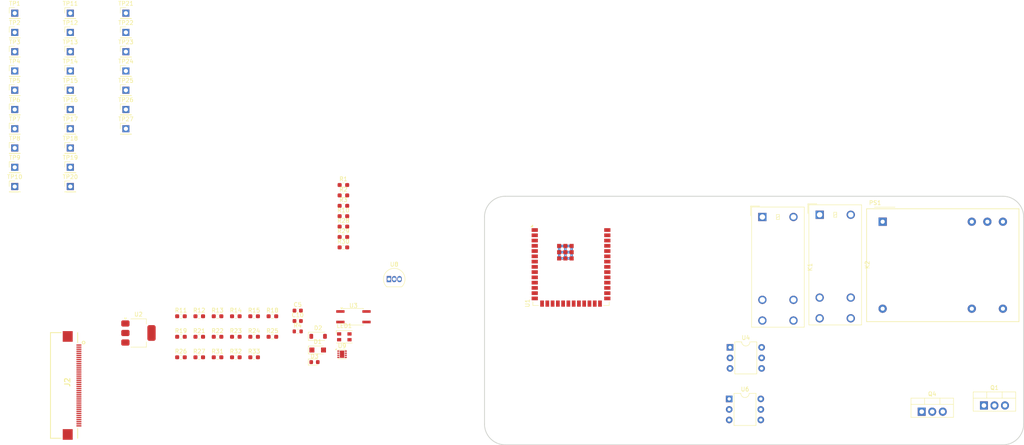
<source format=kicad_pcb>
(kicad_pcb (version 20240108) (generator "pcbnew") (generator_version "8.0")
  (layers (0 "F.Cu" signal) (31 "B.Cu" signal) (34 "B.Paste" user) (35 "F.Paste" user) (36 "B.SilkS" user "B.Silkscreen") (37 "F.SilkS" user "F.Silkscreen") (38 "B.Mask" user) (39 "F.Mask" user) (44 "Edge.Cuts" user))
  (net 0 "")
  (net 1 "GND")
  (net 2 "+5V")
  (net 3 "+3.3V")
  (net 4 "Net-(D1-K)")
  (net 5 "Net-(D3-A)")
  (net 6 "/LCD_CTP_SCL")
  (net 7 "/LCD_CTP_SDA")
  (net 8 "/DISPLAY_RESET")
  (net 9 "/DISPLAY_MOSI")
  (net 10 "/DISPLAY_DC")
  (net 11 "/DISPLAY_CLK")
  (net 12 "/DISPLAY_FRMARK")
  (net 13 "/LCD_CTP_RST")
  (net 14 "/DISPLAY_MISO")
  (net 17 "/LCD_CTP_INT")
  (net 18 "/DISPLAY_CS0")
  (net 19 "120VAC_NEUTRAL")
  (net 20 "Net-(D4-A)")
  (net 21 "/120VAC_NEUTRAL_SWITCHED")
  (net 22 "/120VAC_HOT_SWITCHED")
  (net 23 "120VAC_HOT")
  (net 24 "Net-(D5-A)")
  (net 25 "Net-(LED1-GK)")
  (net 26 "Net-(LED1-RK)")
  (net 27 "Net-(LED1-BK)")
  (net 28 "/ACDC_5V")
  (net 29 "/PUMP_HOT_OUT")
  (net 30 "Net-(Q1-G)")
  (net 31 "/BOILER_HOT_OUT")
  (net 32 "Net-(Q4-G)")
  (net 33 "Net-(J1-CC1)")
  (net 34 "Net-(J1-CC2)")
  (net 35 "/RST")
  (net 36 "/AC_ZC")
  (net 37 "Net-(R11-Pad2)")
  (net 38 "Net-(Q2-G)")
  (net 39 "/PUMP_TRIAC")
  (net 40 "Net-(Q3-G)")
  (net 41 "/BOILER_TRIAC")
  (net 42 "Net-(Q5-G)")
  (net 43 "/AC_RELAYS")
  (net 44 "Net-(R15-Pad2)")
  (net 45 "Net-(Q6-G)")
  (net 46 "/ROTARYENC_SWITCH")
  (net 47 "Net-(U7--)")
  (net 48 "/THERMISTOR_IN")
  (net 49 "/THERMISTOR_OUT")
  (net 50 "Net-(U8-FB)")
  (net 51 "Net-(R27-Pad2)")
  (net 52 "Net-(R27-Pad1)")
  (net 53 "Net-(Q7-D)")
  (net 54 "Net-(Q8-D)")
  (net 55 "Net-(Q9-D)")
  (net 56 "/STEAM_VALVE_IN")
  (net 57 "Net-(U9A--)")
  (net 58 "/PRESSURE_SIG_ANALOG")
  (net 59 "/IO0")
  (net 60 "/USR_HV_SWITCH")
  (net 61 "/ROTARYENC_A")
  (net 62 "/ROTARYENC_B")
  (net 63 "/MCU_HV_CMD")
  (net 64 "/THERMISTOR_SIG_ANALOG")
  (net 65 "/TXD0{slash}IO43")
  (net 67 "/LED_G")
  (net 68 "/USB_D-")
  (net 69 "/BUZZER")
  (net 70 "/IO21")
  (net 71 "/MTDI{slash}IO41")
  (net 72 "/MTDO{slash}IO40")
  (net 73 "/LED_B")
  (net 74 "/RXD0{slash}IO44")
  (net 75 "/IO38")
  (net 76 "/USB_D+")
  (net 77 "/MTCK{slash}IO39")
  (net 79 "/LED_R")
  (net 80 "/MTMS{slash}IO42")
  (net 82 "Net-(R9-Pad1)")
  (net 83 "Net-(R8-Pad1)")
  (net 85 "Net-(R5-Pad1)")
  (net 86 "Net-(Q2-D)")
  (net 89 "Net-(R16-Pad1)")
  (net 90 "Net-(Q3-D)")
  (net 92 "/PRESSURE_SENSOR_IN")
  (net 93 "Net-(U9B--)")
  (footprint "Connector_PinHeader_2.54mm:PinHeader_1x01_P2.54mm_Vertical" (layer "F.Cu") (at -101.275 -4.3)
    (property "Reference" "TP7" (at 0 -2.33 0) (layer "F.SilkS"))
    (property "Value" "TestPoint")
    (pad "1" thru_hole rect (at 0 0) (size 1.7 1.7) (drill 1) (layers "*.Cu" "*.Mask") (net 8 "/DISPLAY_RESET"))
  )
  (footprint "Resistor_SMD:R_0603_1608Metric_Pad0.98x0.95mm_HandSolder" (layer "F.Cu") (at -61.195 45.92)
    (property "Reference" "R19" (at 0 -1.43 0) (layer "F.SilkS"))
    (property "Value" "10k")
    (pad "1" smd roundrect (at -0.9125 0) (size 0.975 0.95) (layers "F.Cu" "F.Paste" "F.Mask") (net 46 "/ROTARYENC_SWITCH"))
    (pad "2" smd roundrect (at 0.9125 0) (size 0.975 0.95) (layers "F.Cu" "F.Paste" "F.Mask") (net 3 "+3.3V"))
  )
  (footprint "Resistor_SMD:R_0603_1608Metric_Pad0.98x0.95mm_HandSolder" (layer "F.Cu") (at -22.025 16.81)
    (property "Reference" "R10" (at 0 -1.43 0) (layer "F.SilkS"))
    (property "Value" "10k")
    (pad "1" smd roundrect (at -0.9125 0) (size 0.975 0.95) (layers "F.Cu" "F.Paste" "F.Mask") (net 3 "+3.3V"))
    (pad "2" smd roundrect (at 0.9125 0) (size 0.975 0.95) (layers "F.Cu" "F.Paste" "F.Mask") (net 36 "/AC_ZC"))
  )
  (footprint "Resistor_SMD:R_0603_1608Metric_Pad0.98x0.95mm_HandSolder" (layer "F.Cu") (at -47.965 45.92)
    (property "Reference" "R23" (at 0 -1.43 0) (layer "F.SilkS"))
    (property "Value" "R")
    (pad "1" smd roundrect (at -0.9125 0) (size 0.975 0.95) (layers "F.Cu" "F.Paste" "F.Mask") (net 49 "/THERMISTOR_OUT"))
    (pad "2" smd roundrect (at 0.9125 0) (size 0.975 0.95) (layers "F.Cu" "F.Paste" "F.Mask") (net 1 "GND"))
  )
  (footprint "Resistor_SMD:R_0603_1608Metric_Pad0.98x0.95mm_HandSolder" (layer "F.Cu") (at -52.375 45.92)
    (property "Reference" "R22" (at 0 -1.43 0) (layer "F.SilkS"))
    (property "Value" "R")
    (pad "1" smd roundrect (at -0.9125 0) (size 0.975 0.95) (layers "F.Cu" "F.Paste" "F.Mask") (net 47 "Net-(U7--)"))
    (pad "2" smd roundrect (at 0.9125 0) (size 0.975 0.95) (layers "F.Cu" "F.Paste" "F.Mask") (net 1 "GND"))
  )
  (footprint "Connector_PinHeader_2.54mm:PinHeader_1x01_P2.54mm_Vertical" (layer "F.Cu") (at -87.875 -18.25)
    (property "Reference" "TP14" (at 0 -2.33 0) (layer "F.SilkS"))
    (property "Value" "TestPoint")
    (pad "1" thru_hole rect (at 0 0) (size 1.7 1.7) (drill 1) (layers "*.Cu" "*.Mask") (net 35 "/RST"))
  )
  (footprint "Connector_PinHeader_2.54mm:PinHeader_1x01_P2.54mm_Vertical" (layer "F.Cu") (at -101.275 -8.95)
    (property "Reference" "TP6" (at 0 -2.33 0) (layer "F.SilkS"))
    (property "Value" "TestPoint")
    (pad "1" thru_hole rect (at 0 0) (size 1.7 1.7) (drill 1) (layers "*.Cu" "*.Mask") (net 14 "/DISPLAY_MISO"))
  )
  (footprint "Package_TO_SOT_THT:TO-92_Inline" (layer "F.Cu") (at -11.04 32)
    (property "Reference" "U8" (at 1.27 -3.56 0) (layer "F.SilkS"))
    (property "Value" "LM4041LP-ADJ")
    (pad "1" thru_hole rect (at 0 0) (size 1.05 1.5) (drill 0.75) (layers "*.Cu" "*.Mask") (net 50 "Net-(U8-FB)"))
    (pad "2" thru_hole oval (at 1.27 0) (size 1.05 1.5) (drill 0.75) (layers "*.Cu" "*.Mask") (net 48 "/THERMISTOR_IN"))
    (pad "3" thru_hole oval (at 2.54 0) (size 1.05 1.5) (drill 0.75) (layers "*.Cu" "*.Mask") (net 1 "GND"))
  )
  (footprint "Resistor_SMD:R_0603_1608Metric_Pad0.98x0.95mm_HandSolder" (layer "F.Cu") (at -47.965 50.87)
    (property "Reference" "R32" (at 0 -1.43 0) (layer "F.SilkS"))
    (property "Value" "10k")
    (pad "1" smd roundrect (at -0.9125 0) (size 0.975 0.95) (layers "F.Cu" "F.Paste" "F.Mask") (net 57 "Net-(U9A--)"))
    (pad "2" smd roundrect (at 0.9125 0) (size 0.975 0.95) (layers "F.Cu" "F.Paste" "F.Mask") (net 58 "/PRESSURE_SIG_ANALOG"))
  )
  (footprint "Resistor_SMD:R_0603_1608Metric_Pad0.98x0.95mm_HandSolder" (layer "F.Cu") (at -22.025 11.79)
    (property "Reference" "R2" (at 0 -1.43 0) (layer "F.SilkS"))
    (property "Value" "5.1k")
    (pad "1" smd roundrect (at -0.9125 0) (size 0.975 0.95) (layers "F.Cu" "F.Paste" "F.Mask") (net 1 "GND"))
    (pad "2" smd roundrect (at 0.9125 0) (size 0.975 0.95) (layers "F.Cu" "F.Paste" "F.Mask") (net 34 "Net-(J1-CC2)"))
  )
  (footprint "Resistor_SMD:R_0603_1608Metric_Pad0.98x0.95mm_HandSolder" (layer "F.Cu") (at -56.785 50.87)
    (property "Reference" "R27" (at 0 -1.43 0) (layer "F.SilkS"))
    (property "Value" "R")
    (pad "1" smd roundrect (at -0.9125 0) (size 0.975 0.95) (layers "F.Cu" "F.Paste" "F.Mask") (net 52 "Net-(R27-Pad1)"))
    (pad "2" smd roundrect (at 0.9125 0) (size 0.975 0.95) (layers "F.Cu" "F.Paste" "F.Mask") (net 51 "Net-(R27-Pad2)"))
  )
  (footprint "LED_SMD:LED_0603_1608Metric" (layer "F.Cu") (at -28.995 52.03)
    (property "Reference" "D3" (at 0 -1.43 0) (layer "F.SilkS"))
    (property "Value" "LED")
    (pad "1" smd roundrect (at -0.7875 0) (size 0.875 0.95) (layers "F.Cu" "F.Paste" "F.Mask") (net 1 "GND"))
    (pad "2" smd roundrect (at 0.7875 0) (size 0.875 0.95) (layers "F.Cu" "F.Paste" "F.Mask") (net 5 "Net-(D3-A)"))
  )
  (footprint "Package_TO_SOT_THT:TO-220-3_Vertical" (layer "F.Cu") (at 117.42 64)
    (property "Reference" "Q4" (at 2.54 -4.27 0) (layer "F.SilkS"))
    (property "Value" "BTA16-600B")
    (pad "1" thru_hole rect (at 0 0) (size 1.905 2) (drill 1.1) (layers "*.Cu" "*.Mask") (net 31 "/BOILER_HOT_OUT"))
    (pad "2" thru_hole oval (at 2.54 0) (size 1.905 2) (drill 1.1) (layers "*.Cu" "*.Mask") (net 22 "/120VAC_HOT_SWITCHED"))
    (pad "3" thru_hole oval (at 5.08 0) (size 1.905 2) (drill 1.1) (layers "*.Cu" "*.Mask") (net 32 "Net-(Q4-G)"))
  )
  (footprint "Connector_PinHeader_2.54mm:PinHeader_1x01_P2.54mm_Vertical" (layer "F.Cu") (at -74.475 -8.95)
    (property "Reference" "TP26" (at 0 -2.33 0) (layer "F.SilkS"))
    (property "Value" "TestPoint")
    (pad "1" thru_hole rect (at 0 0) (size 1.7 1.7) (drill 1) (layers "*.Cu" "*.Mask") (net 3 "+3.3V"))
  )
  (footprint "Resistor_SMD:R_0603_1608Metric_Pad0.98x0.95mm_HandSolder" (layer "F.Cu") (at -22.025 9.28)
    (property "Reference" "R1" (at 0 -1.43 0) (layer "F.SilkS"))
    (property "Value" "5.1k")
    (pad "1" smd roundrect (at -0.9125 0) (size 0.975 0.95) (layers "F.Cu" "F.Paste" "F.Mask") (net 33 "Net-(J1-CC1)"))
    (pad "2" smd roundrect (at 0.9125 0) (size 0.975 0.95) (layers "F.Cu" "F.Paste" "F.Mask") (net 1 "GND"))
  )
  (footprint "Resistor_SMD:R_0603_1608Metric_Pad0.98x0.95mm_HandSolder" (layer "F.Cu") (at -22.025 14.3)
    (property "Reference" "R3" (at 0 -1.43 0) (layer "F.SilkS"))
    (property "Value" "10k")
    (pad "1" smd roundrect (at -0.9125 0) (size 0.975 0.95) (layers "F.Cu" "F.Paste" "F.Mask") (net 3 "+3.3V"))
    (pad "2" smd roundrect (at 0.9125 0) (size 0.975 0.95) (layers "F.Cu" "F.Paste" "F.Mask") (net 35 "/RST"))
  )
  (footprint "Connector_PinHeader_2.54mm:PinHeader_1x01_P2.54mm_Vertical" (layer "F.Cu") (at -101.275 -13.6)
    (property "Reference" "TP5" (at 0 -2.33 0) (layer "F.SilkS"))
    (property "Value" "TestPoint")
    (pad "1" thru_hole rect (at 0 0) (size 1.7 1.7) (drill 1) (layers "*.Cu" "*.Mask") (net 11 "/DISPLAY_CLK"))
  )
  (footprint "Connector_PinHeader_2.54mm:PinHeader_1x01_P2.54mm_Vertical" (layer "F.Cu") (at -74.475 -22.9)
    (property "Reference" "TP23" (at 0 -2.33 0) (layer "F.SilkS"))
    (property "Value" "TestPoint")
    (pad "1" thru_hole rect (at 0 0) (size 1.7 1.7) (drill 1) (layers "*.Cu" "*.Mask") (net 36 "/AC_ZC"))
  )
  (footprint "Connector_PinHeader_2.54mm:PinHeader_1x01_P2.54mm_Vertical" (layer "F.Cu") (at -74.475 -4.3)
    (property "Reference" "TP27" (at 0 -2.33 0) (layer "F.SilkS"))
    (property "Value" "TestPoint")
    (pad "1" thru_hole rect (at 0 0) (size 1.7 1.7) (drill 1) (layers "*.Cu" "*.Mask") (net 2 "+5V"))
  )
  (footprint "Connector_PinHeader_2.54mm:PinHeader_1x01_P2.54mm_Vertical" (layer "F.Cu") (at -87.875 9.65)
    (property "Reference" "TP20" (at 0 -2.33 0) (layer "F.SilkS"))
    (property "Value" "TestPoint")
    (pad "1" thru_hole rect (at 0 0) (size 1.7 1.7) (drill 1) (layers "*.Cu" "*.Mask") (net 63 "/MCU_HV_CMD"))
  )
  (footprint "Connector_PinHeader_2.54mm:PinHeader_1x01_P2.54mm_Vertical" (layer "F.Cu") (at -87.875 -22.9)
    (property "Reference" "TP13" (at 0 -2.33 0) (layer "F.SilkS"))
    (property "Value" "TestPoint")
    (pad "1" thru_hole rect (at 0 0) (size 1.7 1.7) (drill 1) (layers "*.Cu" "*.Mask") (net 59 "/IO0"))
  )
  (footprint "Resistor_SMD:R_0603_1608Metric_Pad0.98x0.95mm_HandSolder" (layer "F.Cu") (at -56.785 45.92)
    (property "Reference" "R21" (at 0 -1.43 0) (layer "F.SilkS"))
    (property "Value" "R")
    (pad "1" smd roundrect (at -0.9125 0) (size 0.975 0.95) (layers "F.Cu" "F.Paste" "F.Mask") (net 48 "/THERMISTOR_IN"))
    (pad "2" smd roundrect (at 0.9125 0) (size 0.975 0.95) (layers "F.Cu" "F.Paste" "F.Mask") (net 47 "Net-(U7--)"))
  )
  (footprint "RF_Module:ESP32-S3-WROOM-2" (layer "F.Cu") (at 32.86 25.41)
    (property "Reference" "U1" (at -10.5 13.5 90) (layer "F.SilkS") (effects (justify left)))
    (property "Value" "ESP32-S3-WROOM-2")
    (pad "1" smd rect (at -8.75 -5.26) (size 1.5 0.9) (layers "F.Cu" "F.Paste" "F.Mask") (net 1 "GND"))
    (pad "2" smd rect (at -8.75 -3.99) (size 1.5 0.9) (layers "F.Cu" "F.Paste" "F.Mask") (net 3 "+3.3V"))
    (pad "3" smd rect (at -8.75 -2.72) (size 1.5 0.9) (layers "F.Cu" "F.Paste" "F.Mask") (net 35 "/RST"))
    (pad "4" smd rect (at -8.75 -1.45) (size 1.5 0.9) (layers "F.Cu" "F.Paste" "F.Mask") (net 7 "/LCD_CTP_SDA"))
    (pad "5" smd rect (at -8.75 -0.18) (size 1.5 0.9) (layers "F.Cu" "F.Paste" "F.Mask") (net 36 "/AC_ZC"))
    (pad "6" smd rect (at -8.75 1.09) (size 1.5 0.9) (layers "F.Cu" "F.Paste" "F.Mask") (net 39 "/PUMP_TRIAC"))
    (pad "7" smd rect (at -8.75 2.36) (size 1.5 0.9) (layers "F.Cu" "F.Paste" "F.Mask") (net 41 "/BOILER_TRIAC"))
    (pad "8" smd rect (at -8.75 3.63) (size 1.5 0.9) (layers "F.Cu" "F.Paste" "F.Mask") (net 12 "/DISPLAY_FRMARK"))
    (pad "9" smd rect (at -8.75 4.9) (size 1.5 0.9) (layers "F.Cu" "F.Paste" "F.Mask") (net 58 "/PRESSURE_SIG_ANALOG"))
    (pad "10" smd rect (at -8.75 6.17) (size 1.5 0.9) (layers "F.Cu" "F.Paste" "F.Mask") (net 60 "/USR_HV_SWITCH"))
    (pad "11" smd rect (at -8.75 7.44) (size 1.5 0.9) (layers "F.Cu" "F.Paste" "F.Mask") (net 63 "/MCU_HV_CMD"))
    (pad "12" smd rect (at -8.75 8.71) (size 1.5 0.9) (layers "F.Cu" "F.Paste" "F.Mask") (net 69 "/BUZZER"))
    (pad "13" smd rect (at -8.75 9.98) (size 1.5 0.9) (layers "F.Cu" "F.Paste" "F.Mask") (net 68 "/USB_D-"))
    (pad "14" smd rect (at -8.75 11.25) (size 1.5 0.9) (layers "F.Cu" "F.Paste" "F.Mask") (net 76 "/USB_D+"))
    (pad "15" smd rect (at -6.985 12.5 90) (size 1.5 0.9) (layers "F.Cu" "F.Paste" "F.Mask") (net 6 "/LCD_CTP_SCL"))
    (pad "16" smd rect (at -5.715 12.5 90) (size 1.5 0.9) (layers "F.Cu" "F.Paste" "F.Mask") (net 79 "/LED_R"))
    (pad "17" smd rect (at -4.445 12.5 90) (size 1.5 0.9) (layers "F.Cu" "F.Paste" "F.Mask") (net 10 "/DISPLAY_DC"))
    (pad "18" smd rect (at -3.175 12.5 90) (size 1.5 0.9) (layers "F.Cu" "F.Paste" "F.Mask") (net 18 "/DISPLAY_CS0"))
    (pad "19" smd rect (at -1.905 12.5 90) (size 1.5 0.9) (layers "F.Cu" "F.Paste" "F.Mask") (net 9 "/DISPLAY_MOSI"))
    (pad "20" smd rect (at -0.635 12.5 90) (size 1.5 0.9) (layers "F.Cu" "F.Paste" "F.Mask") (net 11 "/DISPLAY_CLK"))
    (pad "21" smd rect (at 0.635 12.5 90) (size 1.5 0.9) (layers "F.Cu" "F.Paste" "F.Mask") (net 14 "/DISPLAY_MISO"))
    (pad "22" smd rect (at 1.905 12.5 90) (size 1.5 0.9) (layers "F.Cu" "F.Paste" "F.Mask") (net 8 "/DISPLAY_RESET"))
    (pad "23" smd rect (at 3.175 12.5 90) (size 1.5 0.9) (layers "F.Cu" "F.Paste" "F.Mask") (net 70 "/IO21"))
    (pad "24" smd rect (at 4.445 12.5 90) (size 1.5 0.9) (layers "F.Cu" "F.Paste" "F.Mask") (net 67 "/LED_G"))
    (pad "25" smd rect (at 5.715 12.5 90) (size 1.5 0.9) (layers "F.Cu" "F.Paste" "F.Mask") (net 73 "/LED_B"))
    (pad "26" smd rect (at 6.985 12.5 90) (size 1.5 0.9) (layers "F.Cu" "F.Paste" "F.Mask") (net 69 "/BUZZER"))
    (pad "27" smd rect (at 8.75 11.25) (size 1.5 0.9) (layers "F.Cu" "F.Paste" "F.Mask") (net 64 "/THERMISTOR_SIG_ANALOG"))
    (pad "28" smd rect (at 8.75 9.98) (size 1.5 0.9) (layers "F.Cu" "F.Paste" "F.Mask"))
    (pad "29" smd rect (at 8.75 8.71) (size 1.5 0.9) (layers "F.Cu" "F.Paste" "F.Mask"))
    (pad "30" smd rect (at 8.75 7.44) (size 1.5 0.9) (layers "F.Cu" "F.Paste" "F.Mask"))
    (pad "31" smd rect (at 8.75 6.17) (size 1.5 0.9) (layers "F.Cu" "F.Paste" "F.Mask") (net 75 "/IO38"))
    (pad "32" smd rect (at 8.75 4.9) (size 1.5 0.9) (layers "F.Cu" "F.Paste" "F.Mask") (net 77 "/MTCK{slash}IO39"))
    (pad "33" smd rect (at 8.75 3.63) (size 1.5 0.9) (layers "F.Cu" "F.Paste" "F.Mask") (net 72 "/MTDO{slash}IO40"))
    (pad "34" smd rect (at 8.75 2.36) (size 1.5 0.9) (layers "F.Cu" "F.Paste" "F.Mask") (net 71 "/MTDI{slash}IO41"))
    (pad "35" smd rect (at 8.75 1.09) (size 1.5 0.9) (layers "F.Cu" "F.Paste" "F.Mask") (net 80 "/MTMS{slash}IO42"))
    (pad "36" smd rect (at 8.75 -0.18) (size 1.5 0.9) (layers "F.Cu" "F.Paste" "F.Mask") (net 74 "/RXD0{slash}IO44"))
    (pad "37" smd rect (at 8.75 -1.45) (size 1.5 0.9) (layers "F.Cu" "F.Paste" "F.Mask") (net 65 "/TXD0{slash}IO43"))
    (pad "38" smd rect (at 8.75 -2.72) (size 1.5 0.9) (layers "F.Cu" "F.Paste" "F.Mask") (net 13 "/LCD_CTP_RST"))
    (pad "39" smd rect (at 8.75 -3.99) (size 1.5 0.9) (layers "F.Cu" "F.Paste" "F.Mask") (net 17 "/LCD_CTP_INT"))
    (pad "40" smd rect (at 8.75 -5.26) (size 1.5 0.9) (layers "F.Cu" "F.Paste" "F.Mask") (net 1 "GND"))
    (pad "41" smd rect (at -2.86 -1.41) (size 1 1) (layers "F.Cu" "F.Paste" "F.Mask") (net 1 "GND"))
    (pad "41" thru_hole circle (at -2.86 -0.66) (size 0.6 0.6) (drill 0.2) (layers "*.Cu" "*.Mask") (net 1 "GND"))
    (pad "41" smd rect (at -2.86 0.09) (size 1 1) (layers "F.Cu" "F.Paste" "F.Mask") (net 1 "GND"))
    (pad "41" thru_hole circle (at -2.86 0.84) (size 0.6 0.6) (drill 0.2) (layers "*.Cu" "*.Mask") (net 1 "GND"))
    (pad "41" smd rect (at -2.86 1.59) (size 1 1) (layers "F.Cu" "F.Paste" "F.Mask") (net 1 "GND"))
    (pad "41" thru_hole circle (at -2.11 -1.41) (size 0.6 0.6) (drill 0.2) (layers "*.Cu" "*.Mask") (net 1 "GND"))
    (pad "41" thru_hole circle (at -2.11 0.09) (size 0.6 0.6) (drill 0.2) (layers "*.Cu" "*.Mask") (net 1 "GND"))
    (pad "41" thru_hole circle (at -2.11 1.59) (size 0.6 0.6) (drill 0.2) (layers "*.Cu" "*.Mask") (net 1 "GND"))
    (pad "41" smd rect (at -1.36 -1.41) (size 1 1) (layers "F.Cu" "F.Paste" "F.Mask") (net 1 "GND"))
    (pad "41" thru_hole circle (at -1.36 -0.66) (size 0.6 0.6) (drill 0.2) (layers "*.Cu" "*.Mask") (net 1 "GND"))
    (pad "41" smd rect (at -1.36 0.09) (size 1 1) (layers "F.Cu" "F.Paste" "F.Mask") (net 1 "GND"))
    (pad "41" thru_hole circle (at -1.36 0.84) (size 0.6 0.6) (drill 0.2) (layers "*.Cu" "*.Mask") (net 1 "GND"))
    (pad "41" smd rect (at -1.36 1.59) (size 1 1) (layers "F.Cu" "F.Paste" "F.Mask") (net 1 "GND"))
    (pad "41" thru_hole circle (at -0.61 -1.41) (size 0.6 0.6) (drill 0.2) (layers "*.Cu" "*.Mask") (net 1 "GND"))
    (pad "41" thru_hole circle (at -0.61 0.09) (size 0.6 0.6) (drill 0.2) (layers "*.Cu" "*.Mask") (net 1 "GND"))
    (pad "41" thru_hole circle (at -0.61 1.59) (size 0.6 0.6) (drill 0.2) (layers "*.Cu" "*.Mask") (net 1 "GND"))
    (pad "41" smd rect (at 0.14 -1.41) (size 1 1) (layers "F.Cu" "F.Paste" "F.Mask") (net 1 "GND"))
    (pad "41" thru_hole circle (at 0.14 -0.66) (size 0.6 0.6) (drill 0.2) (layers "*.Cu" "*.Mask") (net 1 "GND"))
    (pad "41" smd rect (at 0.14 0.09) (size 1 1) (layers "F.Cu" "F.Paste" "F.Mask") (net 1 "GND"))
    (pad "41" thru_hole circle (at 0.14 0.84) (size 0.6 0.6) (drill 0.2) (layers "*.Cu" "*.Mask") (net 1 "GND"))
    (pad "41" smd rect (at 0.14 1.59) (size 1 1) (layers "F.Cu" "F.Paste" "F.Mask") (net 1 "GND"))
  )
  (footprint "Resistor_SMD:R_0603_1608Metric_Pad0.98x0.95mm_HandSolder" (layer "F.Cu") (at -39.145 40.97)
    (property "Reference" "R18" (at 0 -1.43 0) (layer "F.SilkS"))
    (property "Value" "10k")
    (pad "1" smd roundrect (at -0.9125 0) (size 0.975 0.95) (layers "F.Cu" "F.Paste" "F.Mask") (net 43 "/AC_RELAYS"))
    (pad "2" smd roundrect (at 0.9125 0) (size 0.975 0.95) (layers "F.Cu" "F.Paste" "F.Mask") (net 45 "Net-(Q6-G)"))
  )
  (footprint "Connector_PinHeader_2.54mm:PinHeader_1x01_P2.54mm_Vertical" (layer "F.Cu") (at -74.475 -32.2)
    (property "Reference" "TP21" (at 0 -2.33 0) (layer "F.SilkS"))
    (property "Value" "TestPoint")
    (pad "1" thru_hole rect (at 0 0) (size 1.7 1.7) (drill 1) (layers "*.Cu" "*.Mask") (net 64 "/THERMISTOR_SIG_ANALOG"))
  )
  (footprint "Connector_PinHeader_2.54mm:PinHeader_1x01_P2.54mm_Vertical" (layer "F.Cu") (at -101.275 5)
    (property "Reference" "TP9" (at 0 -2.33 0) (layer "F.SilkS"))
    (property "Value" "TestPoint")
    (pad "1" thru_hole rect (at 0 0) (size 1.7 1.7) (drill 1) (layers "*.Cu" "*.Mask") (net 7 "/LCD_CTP_SDA"))
  )
  (footprint "Package_TO_SOT_THT:TO-220-3_Vertical" (layer "F.Cu") (at 132.42 62.5)
    (property "Reference" "Q1" (at 2.54 -4.27 0) (layer "F.SilkS"))
    (property "Value" "BTA16-600B")
    (pad "1" thru_hole rect (at 0 0) (size 1.905 2) (drill 1.1) (layers "*.Cu" "*.Mask") (net 29 "/PUMP_HOT_OUT"))
    (pad "2" thru_hole oval (at 2.54 0) (size 1.905 2) (drill 1.1) (layers "*.Cu" "*.Mask") (net 22 "/120VAC_HOT_SWITCHED"))
    (pad "3" thru_hole oval (at 5.08 0) (size 1.905 2) (drill 1.1) (layers "*.Cu" "*.Mask") (net 30 "Net-(Q1-G)"))
  )
  (footprint "Resistor_SMD:R_0603_1608Metric_Pad0.98x0.95mm_HandSolder" (layer "F.Cu") (at -43.555 40.97)
    (property "Reference" "R15" (at 0 -1.43 0) (layer "F.SilkS"))
    (property "Value" "65")
    (pad "1" smd roundrect (at -0.9125 0) (size 0.975 0.95) (layers "F.Cu" "F.Paste" "F.Mask") (net 3 "+3.3V"))
    (pad "2" smd roundrect (at 0.9125 0) (size 0.975 0.95) (layers "F.Cu" "F.Paste" "F.Mask") (net 44 "Net-(R15-Pad2)"))
  )
  (footprint "Resistor_SMD:R_0603_1608Metric_Pad0.98x0.95mm_HandSolder" (layer "F.Cu") (at -43.555 50.87)
    (property "Reference" "R33" (at 0 -1.43 0) (layer "F.SilkS"))
    (property "Value" "22k")
    (pad "1" smd roundrect (at -0.9125 0) (size 0.975 0.95) (layers "F.Cu" "F.Paste" "F.Mask") (net 58 "/PRESSURE_SIG_ANALOG"))
    (pad "2" smd roundrect (at 0.9125 0) (size 0.975 0.95) (layers "F.Cu" "F.Paste" "F.Mask") (net 1 "GND"))
  )
  (footprint "Connector_PinHeader_2.54mm:PinHeader_1x01_P2.54mm_Vertical" (layer "F.Cu") (at -74.475 -13.6)
    (property "Reference" "TP25" (at 0 -2.33 0) (layer "F.SilkS"))
    (property "Value" "TestPoint")
    (pad "1" thru_hole rect (at 0 0) (size 1.7 1.7) (drill 1) (layers "*.Cu" "*.Mask") (net 41 "/BOILER_TRIAC"))
  )
  (footprint "Connector_PinHeader_2.54mm:PinHeader_1x01_P2.54mm_Vertical" (layer "F.Cu") (at -74.475 -18.25)
    (property "Reference" "TP24" (at 0 -2.33 0) (layer "F.SilkS"))
    (property "Value" "TestPoint")
    (pad "1" thru_hole rect (at 0 0) (size 1.7 1.7) (drill 1) (layers "*.Cu" "*.Mask") (net 39 "/PUMP_TRIAC"))
  )
  (footprint "Connector_PinHeader_2.54mm:PinHeader_1x01_P2.54mm_Vertical" (layer "F.Cu") (at -87.875 5)
    (property "Reference" "TP19" (at 0 -2.33 0) (layer "F.SilkS"))
    (property "Value" "TestPoint")
    (pad "1" thru_hole rect (at 0 0) (size 1.7 1.7) (drill 1) (layers "*.Cu" "*.Mask") (net 43 "/AC_RELAYS"))
  )
  (footprint "Resistor_SMD:R_0603_1608Metric_Pad0.98x0.95mm_HandSolder" (layer "F.Cu") (at -47.965 40.97)
    (property "Reference" "R14" (at 0 -1.43 0) (layer "F.SilkS"))
    (property "Value" "10k")
    (pad "1" smd roundrect (at -0.9125 0) (size 0.975 0.95) (layers "F.Cu" "F.Paste" "F.Mask") (net 43 "/AC_RELAYS"))
    (pad "2" smd roundrect (at 0.9125 0) (size 0.975 0.95) (layers "F.Cu" "F.Paste" "F.Mask") (net 42 "Net-(Q5-G)"))
  )
  (footprint "Resistor_SMD:R_0603_1608Metric" (layer "F.Cu") (at -33.045 44.62)
    (property "Reference" "R4" (at 0 -1.43 0) (layer "F.SilkS"))
    (property "Value" "65")
    (pad "1" smd roundrect (at -0.825 0) (size 0.8 0.95) (layers "F.Cu" "F.Paste" "F.Mask") (net 3 "+3.3V"))
    (pad "2" smd roundrect (at 0.825 0) (size 0.8 0.95) (layers "F.Cu" "F.Paste" "F.Mask") (net 5 "Net-(D3-A)"))
  )
  (footprint "Relay_THT:Relay_SPST_Omron_G2RL-1A-E" (layer "F.Cu") (at 92.8125 16.4625)
    (property "Reference" "K2" (at 11.5 12.1 90) (layer "F.SilkS"))
    (property "Value" "G2RL-1A-E-HA DC5")
    (pad "13" thru_hole circle (at 0 20) (size 2 2) (drill 1.3) (layers "*.Cu" "*.Mask") (net 22 "/120VAC_HOT_SWITCHED"))
    (pad "13" thru_hole circle (at 7.5 20) (size 2 2) (drill 1.3) (layers "*.Cu" "*.Mask") (net 22 "/120VAC_HOT_SWITCHED"))
    (pad "14" thru_hole circle (at 0 25) (size 2 2) (drill 1.3) (layers "*.Cu" "*.Mask") (net 23 "120VAC_HOT"))
    (pad "14" thru_hole circle (at 7.5 25) (size 2 2) (drill 1.3) (layers "*.Cu" "*.Mask") (net 23 "120VAC_HOT"))
    (pad "A1" thru_hole rect (at 0 0) (size 2 2) (drill 1.3) (layers "*.Cu" "*.Mask") (net 2 "+5V"))
    (pad "A2" thru_hole circle (at 7.5 0) (size 2 2) (drill 1.3) (layers "*.Cu" "*.Mask") (net 24 "Net-(D5-A)"))
  )
  (footprint "Connector_PinHeader_2.54mm:PinHeader_1x01_P2.54mm_Vertical" (layer "F.Cu") (at -101.275 -32.2)
    (property "Reference" "TP1" (at 0 -2.33 0) (layer "F.SilkS"))
    (property "Value" "TestPoint")
    (pad "1" thru_hole rect (at 0 0) (size 1.7 1.7) (drill 1) (layers "*.Cu" "*.Mask") (net 4 "Net-(D1-K)"))
  )
  (footprint "Connector_PinHeader_2.54mm:PinHeader_1x01_P2.54mm_Vertical" (layer "F.Cu") (at -87.875 -13.6)
    (property "Reference" "TP15" (at 0 -2.33 0) (layer "F.SilkS"))
    (property "Value" "TestPoint")
    (pad "1" thru_hole rect (at 0 0) (size 1.7 1.7) (drill 1) (layers "*.Cu" "*.Mask") (net 60 "/USR_HV_SWITCH"))
  )
  (footprint "Converter_ACDC:Converter_ACDC_TRACO_TMLM-04_THT" (layer "F.Cu") (at 108 18.1425)
    (property "Reference" "PS1" (at -1.82 -4.55 360) (layer "F.SilkS"))
    (property "Value" "TMLM04105")
    (pad "1" thru_hole rect (at 0 0) (size 2 2) (drill 1) (layers "*.Cu" "*.Mask"))
    (pad "2" thru_hole circle (at 21.5 0) (size 2 2) (drill 1) (layers "*.Cu" "*.Mask") (net 28 "/ACDC_5V"))
    (pad "3" thru_hole circle (at 25.25 0) (size 2 2) (drill 1) (layers "*.Cu" "*.Mask") (net 1 "GND"))
    (pad "4" thru_hole circle (at 29 0) (size 2 2) (drill 1) (layers "*.Cu" "*.Mask"))
    (pad "5" thru_hole circle (at 29 21) (size 2 2) (drill 1) (layers "*.Cu" "*.Mask") (net 23 "120VAC_HOT"))
    (pad "6" thru_hole circle (at 21.5 21) (size 2 2) (drill 1) (layers "*.Cu" "*.Mask") (net 19 "120VAC_NEUTRAL"))
    (pad "7" thru_hole circle (at 0 21) (size 2 2) (drill 1) (layers "*.Cu" "*.Mask"))
  )
  (footprint "Connector_PinHeader_2.54mm:PinHeader_1x01_P2.54mm_Vertical" (layer "F.Cu") (at -101.275 -18.25)
    (property "Reference" "TP4" (at 0 -2.33 0) (layer "F.SilkS"))
    (property "Value" "TestPoint")
    (pad "1" thru_hole rect (at 0 0) (size 1.7 1.7) (drill 1) (layers "*.Cu" "*.Mask") (net 9 "/DISPLAY_MOSI"))
  )
  (footprint "Capacitor_SMD:C_0603_1608Metric" (layer "F.Cu") (at -33.045 39.6)
    (property "Reference" "C5" (at 0 -1.43 0) (layer "F.SilkS"))
    (property "Value" "4.7u")
    (pad "1" smd roundrect (at -0.775 0) (size 0.9 0.95) (layers "F.Cu" "F.Paste" "F.Mask") (net 2 "+5V"))
    (pad "2" smd roundrect (at 0.775 0) (size 0.9 0.95) (layers "F.Cu" "F.Paste" "F.Mask") (net 1 "GND"))
  )
  (footprint "Package_SO:SO-4_4.4x3.6mm_P2.54mm" (layer "F.Cu") (at -19.605 41.085)
    (property "Reference" "U3" (at 0 -2.7 0) (layer "F.SilkS"))
    (property "Value" "LTV-354T")
    (pad "1" smd rect (at -3.15 -1.27) (size 2 0.64) (layers "F.Cu" "F.Paste" "F.Mask") (net 83 "Net-(R8-Pad1)"))
    (pad "2" smd rect (at -3.15 1.27) (size 2 0.64) (layers "F.Cu" "F.Paste" "F.Mask") (net 82 "Net-(R9-Pad1)"))
    (pad "3" smd rect (at 3.15 1.27) (size 2 0.64) (layers "F.Cu" "F.Paste" "F.Mask") (net 1 "GND"))
    (pad "4" smd rect (at 3.15 -1.27) (size 2 0.64) (layers "F.Cu" "F.Paste" "F.Mask") (net 36 "/AC_ZC"))
  )
  (footprint "Resistor_SMD:R_0603_1608Metric_Pad0.98x0.95mm_HandSolder" (layer "F.Cu") (at -22.025 21.83)
    (property "Reference" "R29" (at 0 -1.43 0) (layer "F.SilkS"))
    (property "Value" "65")
    (pad "1" smd roundrect (at -0.9125 0) (size 0.975 0.95) (layers "F.Cu" "F.Paste" "F.Mask") (net 25 "Net-(LED1-GK)"))
    (pad "2" smd roundrect (at 0.9125 0) (size 0.975 0.95) (layers "F.Cu" "F.Paste" "F.Mask") (net 54 "Net-(Q8-D)"))
  )
  (footprint "Connector_PinHeader_2.54mm:PinHeader_1x01_P2.54mm_Vertical" (layer "F.Cu") (at -87.875 -8.95)
    (property "Reference" "TP16" (at 0 -2.33 0) (layer "F.SilkS"))
    (property "Value" "TestPoint")
    (pad "1" thru_hole rect (at 0 0) (size 1.7 1.7) (drill 1) (layers "*.Cu" "*.Mask") (net 46 "/ROTARYENC_SWITCH"))
  )
  (footprint "Connector_PinHeader_2.54mm:PinHeader_1x01_P2.54mm_Vertical" (layer "F.Cu") (at -87.875 -4.3)
    (property "Reference" "TP17" (at 0 -2.33 0) (layer "F.SilkS"))
    (property "Value" "TestPoint")
    (pad "1" thru_hole rect (at 0 0) (size 1.7 1.7) (drill 1) (layers "*.Cu" "*.Mask") (net 61 "/ROTARYENC_A"))
  )
  (footprint "Resistor_SMD:R_0603_1608Metric_Pad0.98x0.95mm_HandSolder" (layer "F.Cu") (at -43.555 45.92)
    (property "Reference" "R24" (at 0 -1.43 0) (layer "F.SilkS"))
    (property "Value" "R")
    (pad "1" smd roundrect (at -0.9125 0) (size 0.975 0.95) (layers "F.Cu" "F.Paste" "F.Mask") (net 48 "/THERMISTOR_IN"))
    (pad "2" smd roundrect (at 0.9125 0) (size 0.975 0.95) (layers "F.Cu" "F.Paste" "F.Mask") (net 3 "+3.3V"))
  )
  (footprint "Diode_SMD:Nexperia_CFP3_SOD-123W" (layer "F.Cu") (at -28.22 49.11)
    (property "Reference" "D1" (at 0 -2 0) (layer "F.SilkS"))
    (property "Value" "PTVS6V0S1UR-QX")
    (pad "1" smd rect (at -1.4 0) (size 1.2 1.2) (layers "F.Cu" "F.Paste" "F.Mask") (net 4 "Net-(D1-K)"))
    (pad "2" smd rect (at 1.4 0) (size 1.2 1.2) (layers "F.Cu" "F.Paste" "F.Mask") (net 1 "GND"))
  )
  (footprint "LED_SMD:LED_Cree-PLCC4_3.2x2.8mm_CCW" (layer "F.Cu") (at -21.805 45.93)
    (property "Reference" "LED1" (at 0 -2.65 0) (layer "F.SilkS"))
    (property "Value" "RGB")
    (pad "1" smd rect (at -1.25 -0.7) (size 1 0.8) (layers "F.Cu" "F.Paste" "F.Mask") (net 3 "+3.3V"))
    (pad "2" smd rect (at -1.25 0.7) (size 1 0.8) (layers "F.Cu" "F.Paste" "F.Mask") (net 26 "Net-(LED1-RK)"))
    (pad "3" smd rect (at 1.25 0.7) (size 1 0.8) (layers "F.Cu" "F.Paste" "F.Mask") (net 25 "Net-(LED1-GK)"))
    (pad "4" smd rect (at 1.25 -0.7) (size 1 0.8) (layers "F.Cu" "F.Paste" "F.Mask") (net 27 "Net-(LED1-BK)"))
  )
  (footprint "Connector_PinHeader_2.54mm:PinHeader_1x01_P2.54mm_Vertical" (layer "F.Cu") (at -87.875 -27.55)
    (property "Reference" "TP12" (at 0 -2.33 0) (layer "F.SilkS"))
    (property "Value" "TestPoint")
    (pad "1" thru_hole rect (at 0 0) (size 1.7 1.7) (drill 1) (layers "*.Cu" "*.Mask") (net 17 "/LCD_CTP_INT"))
  )
  (footprint "Resistor_SMD:R_0603_1608Metric_Pad0.98x0.95mm_HandSolder" (layer "F.Cu") (at -22.025 24.34)
    (property "Reference" "R30" (at 0 -1.43 0) (layer "F.SilkS"))
    (property "Value" "65")
    (pad "1" smd roundrect (at -0.9125 0) (size 0.975 0.95) (layers "F.Cu" "F.Paste" "F.Mask") (net 27 "Net-(LED1-BK)"))
    (pad "2" smd roundrect (at 0.9125 0) (size 0.975 0.95) (layers "F.Cu" "F.Paste" "F.Mask") (net 55 "Net-(Q9-D)"))
  )
  (footprint "Connector_PinHeader_2.54mm:PinHeader_1x01_P2.54mm_Vertical" (layer "F.Cu") (at -101.275 -27.55)
    (property "Reference" "TP2" (at 0 -2.33 0) (layer "F.SilkS"))
    (property "Value" "TestPoint")
    (pad "1" thru_hole rect (at 0 0) (size 1.7 1.7) (drill 1) (layers "*.Cu" "*.Mask") (net 10 "/DISPLAY_DC"))
  )
  (footprint "EspressoMachineHW:54132-4062_1" (layer "F.Cu") (at -85.8 67.42 -90)
    (property "Reference" "J2" (at -10.53267 2.77167 90) (layer "F.SilkS") (effects (font (size 1.27 1.27) (thickness 0.254))))
    (property "Value" "54132-4062" (hide yes))
    (pad "1" smd rect (at -19.5 0 270) (size 0.3 1.2) (layers "F.Cu" "F.Paste" "F.Mask") (net 1 "GND"))
    (pad "2" smd rect (at -19 0 270) (size 0.3 1.2) (layers "F.Cu" "F.Paste" "F.Mask") (net 9 "/DISPLAY_MOSI"))
    (pad "3" smd rect (at -18.5 0 270) (size 0.3 1.2) (layers "F.Cu" "F.Paste" "F.Mask") (net 3 "+3.3V"))
    (pad "4" smd rect (at -18 0 270) (size 0.3 1.2) (layers "F.Cu" "F.Paste" "F.Mask") (net 12 "/DISPLAY_FRMARK"))
    (pad "5" smd rect (at -17.5 0 270) (size 0.3 1.2) (layers "F.Cu" "F.Paste" "F.Mask") (net 17 "/LCD_CTP_INT"))
    (pad "6" smd rect (at -17 0 270) (size 0.3 1.2) (layers "F.Cu" "F.Paste" "F.Mask") (net 6 "/LCD_CTP_SCL"))
    (pad "7" smd rect (at -16.5 0 270) (size 0.3 1.2) (layers "F.Cu" "F.Paste" "F.Mask") (net 8 "/DISPLAY_RESET"))
    (pad "8" smd rect (at -16 0 270) (size 0.3 1.2) (layers "F.Cu" "F.Paste" "F.Mask") (net 11 "/DISPLAY_CLK"))
    (pad "9" smd rect (at -15.5 0 270) (size 0.3 1.2) (layers "F.Cu" "F.Paste" "F.Mask") (net 18 "/DISPLAY_CS0"))
    (pad "10" smd rect (at -15 0 270) (size 0.3 1.2) (layers "F.Cu" "F.Paste" "F.Mask") (net 3 "+3.3V"))
    (pad "11" smd rect (at -14.5 0 270) (size 0.3 1.2) (layers "F.Cu" "F.Paste" "F.Mask") (net 10 "/DISPLAY_DC"))
    (pad "12" smd rect (at -14 0 270) (size 0.3 1.2) (layers "F.Cu" "F.Paste" "F.Mask") (net 3 "+3.3V"))
    (pad "13" smd rect (at -13.5 0 270) (size 0.3 1.2) (layers "F.Cu" "F.Paste" "F.Mask") (net 14 "/DISPLAY_MISO"))
    (pad "14" smd rect (at -13 0 270) (size 0.3 1.2) (layers "F.Cu" "F.Paste" "F.Mask") (net 1 "GND"))
    (pad "15" smd rect (at -12.5 0 270) (size 0.3 1.2) (layers "F.Cu" "F.Paste" "F.Mask") (net 1 "GND"))
    (pad "16" smd rect (at -12 0 270) (size 0.3 1.2) (layers "F.Cu" "F.Paste" "F.Mask") (net 1 "GND"))
    (pad "17" smd rect (at -11.5 0 270) (size 0.3 1.2) (layers "F.Cu" "F.Paste" "F.Mask") (net 1 "GND"))
    (pad "18" smd rect (at -11 0 270) (size 0.3 1.2) (layers "F.Cu" "F.Paste" "F.Mask") (net 1 "GND"))
    (pad "19" smd rect (at -10.5 0 270) (size 0.3 1.2) (layers "F.Cu" "F.Paste" "F.Mask") (net 1 "GND"))
    (pad "20" smd rect (at -10 0 270) (size 0.3 1.2) (layers "F.Cu" "F.Paste" "F.Mask") (net 1 "GND"))
    (pad "21" smd rect (at -9.5 0 270) (size 0.3 1.2) (layers "F.Cu" "F.Paste" "F.Mask") (net 1 "GND"))
    (pad "22" smd rect (at -9 0 270) (size 0.3 1.2) (layers "F.Cu" "F.Paste" "F.Mask") (net 1 "GND"))
    (pad "23" smd rect (at -8.5 0 270) (size 0.3 1.2) (layers "F.Cu" "F.Paste" "F.Mask") (net 1 "GND"))
    (pad "24" smd rect (at -8 0 270) (size 0.3 1.2) (layers "F.Cu" "F.Paste" "F.Mask") (net 1 "GND"))
    (pad "25" smd rect (at -7.5 0 270) (size 0.3 1.2) (layers "F.Cu" "F.Paste" "F.Mask") (net 1 "GND"))
    (pad "26" smd rect (at -7 0 270) (size 0.3 1.2) (layers "F.Cu" "F.Paste" "F.Mask") (net 1 "GND"))
    (pad "27" smd rect (at -6.5 0 270) (size 0.3 1.2) (layers "F.Cu" "F.Paste" "F.Mask") (net 1 "GND"))
    (pad "28" smd rect (at -6 0 270) (size 0.3 1.2) (layers "F.Cu" "F.Paste" "F.Mask") (net 1 "GND"))
    (pad "29" smd rect (at -5.5 0 270) (size 0.3 1.2) (layers "F.Cu" "F.Paste" "F.Mask") (net 1 "GND"))
    (pad "30" smd rect (at -5 0 270) (size 0.3 1.2) (layers "F.Cu" "F.Paste" "F.Mask") (net 1 "GND"))
    (pad "31" smd rect (at -4.5 0 270) (size 0.3 1.2) (layers "F.Cu" "F.Paste" "F.Mask") (net 13 "/LCD_CTP_RST"))
    (pad "32" smd rect (at -4 0 270) (size 0.3 1.2) (layers "F.Cu" "F.Paste" "F.Mask") (net 7 "/LCD_CTP_SDA"))
    (pad "33" smd rect (at -3.5 0 270) (size 0.3 1.2) (layers "F.Cu" "F.Paste" "F.Mask") (net 3 "+3.3V"))
    (pad "34" smd rect (at -3 0 270) (size 0.3 1.2) (layers "F.Cu" "F.Paste" "F.Mask") (net 1 "GND"))
    (pad "35" smd rect (at -2.5 0 270) (size 0.3 1.2) (layers "F.Cu" "F.Paste" "F.Mask") (net 1 "GND"))
    (pad "36" smd rect (at -2 0 270) (size 0.3 1.2) (layers "F.Cu" "F.Paste" "F.Mask") (net 1 "GND"))
    (pad "37" smd rect (at -1.5 0 270) (size 0.3 1.2) (layers "F.Cu" "F.Paste" "F.Mask") (net 1 "GND"))
    (pad "38" smd rect (at -1 0 270) (size 0.3 1.2) (layers "F.Cu" "F.Paste" "F.Mask"))
    (pad "39" smd rect (at -0.5 0 270) (size 0.3 1.2) (layers "F.Cu" "F.Paste" "F.Mask"))
    (pad "40" smd rect (at 0 0 270) (size 0.3 1.2) (layers "F.Cu" "F.Paste" "F.Mask") (net 1 "GND"))
    (pad "41" smd rect (at -21.58 2.7) (size 2.4 2.57) (layers "F.Cu" "F.Paste" "F.Mask"))
    (pad "42" smd rect (at 2.08 2.7) (size 2.4 2.57) (layers "F.Cu" "F.Paste" "F.Mask"))
  )
  (footprint "Resistor_SMD:R_0603_1608Metric_Pad0.98x0.95mm_HandSolder" (layer "F.Cu") (at -61.195 50.87)
    (property "Reference" "R26" (at 0 -1.43 0) (layer "F.SilkS"))
    (property "Value" "R")
    (pad "1" smd roundrect (at -0.9125 0) (size 0.975 0.95) (layers "F.Cu" "F.Paste" "F.Mask") (net 1 "GND"))
    (pad "2" smd roundrect (at 0.9125 0) (size 0.975 0.95) (layers "F.Cu" "F.Paste" "F.Mask") (net 50 "Net-(U8-FB)"))
  )
  (footprint "Resistor_SMD:R_0603_1608Metric_Pad0.98x0.95mm_HandSolder" (layer "F.Cu") (at -22.025 19.32)
    (property "Reference" "R28" (at 0 -1.43 0) (layer "F.SilkS"))
    (property "Value" "65")
    (pad "1" smd roundrect (at -0.9125 0) (size 0.975 0.95) (layers "F.Cu" "F.Paste" "F.Mask") (net 26 "Net-(LED1-RK)"))
    (pad "2" smd roundrect (at 0.9125 0) (size 0.975 0.95) (layers "F.Cu" "F.Paste" "F.Mask") (net 53 "Net-(Q7-D)"))
  )
  (footprint "Connector_PinHeader_2.54mm:PinHeader_1x01_P2.54mm_Vertical" (layer "F.Cu") (at -87.875 0.35)
    (property "Reference" "TP18" (at 0 -2.33 0) (layer "F.SilkS"))
    (property "Value" "TestPoint")
    (pad "1" thru_hole rect (at 0 0) (size 1.7 1.7) (drill 1) (layers "*.Cu" "*.Mask") (net 62 "/ROTARYENC_B"))
  )
  (footprint "Connector_PinHeader_2.54mm:PinHeader_1x01_P2.54mm_Vertical" (layer "F.Cu") (at -101.275 9.65)
    (property "Reference" "TP10" (at 0 -2.33 0) (layer "F.SilkS"))
    (property "Value" "TestPoint")
    (pad "1" thru_hole rect (at 0 0) (size 1.7 1.7) (drill 1) (layers "*.Cu" "*.Mask") (net 6 "/LCD_CTP_SCL"))
  )
  (footprint "Connector_PinHeader_2.54mm:PinHeader_1x01_P2.54mm_Vertical" (layer "F.Cu") (at -101.275 -22.9)
    (property "Reference" "TP3" (at 0 -2.33 0) (layer "F.SilkS"))
    (property "Value" "TestPoint")
    (pad "1" thru_hole rect (at 0 0) (size 1.7 1.7) (drill 1) (layers "*.Cu" "*.Mask") (net 18 "/DISPLAY_CS0"))
  )
  (footprint "Resistor_SMD:R_0603_1608Metric_Pad0.98x0.95mm_HandSolder" (layer "F.Cu") (at -56.785 40.97)
    (property "Reference" "R12" (at 0 -1.43 0) (layer "F.SilkS"))
    (property "Value" "1k")
    (pad "1" smd roundrect (at -0.9125 0) (size 0.975 0.95) (layers "F.Cu" "F.Paste" "F.Mask") (net 39 "/PUMP_TRIAC"))
    (pad "2" smd roundrect (at 0.9125 0) (size 0.975 0.95) (layers "F.Cu" "F.Paste" "F.Mask") (net 38 "Net-(Q2-G)"))
  )
  (footprint "Resistor_SMD:R_0603_1608Metric_Pad0.98x0.95mm_HandSolder" (layer "F.Cu") (at -39.145 45.92)
    (property "Reference" "R25" (at 0 -1.43 0) (layer "F.SilkS"))
    (property "Value" "R")
    (pad "1" smd roundrect (at -0.9125 0) (size 0.975 0.95) (layers "F.Cu" "F.Paste" "F.Mask") (net 50 "Net-(U8-FB)"))
    (pad "2" smd roundrect (at 0.9125 0) (size 0.975 0.95) (layers "F.Cu" "F.Paste" "F.Mask") (net 48 "/THERMISTOR_IN"))
  )
  (footprint "Capacitor_SMD:C_0603_1608Metric" (layer "F.Cu") (at -33.045 42.11)
    (property "Reference" "C10" (at 0 -1.43 0) (layer "F.SilkS"))
    (property "Value" "4.7u")
    (pad "1" smd roundrect (at -0.775 0) (size 0.9 0.95) (layers "F.Cu" "F.Paste" "F.Mask") (net 3 "+3.3V"))
    (pad "2" smd roundrect (at 0.775 0) (size 0.9 0.95) (layers "F.Cu" "F.Paste" "F.Mask") (net 1 "GND"))
  )
  (footprint "Resistor_SMD:R_0603_1608Metric_Pad0.98x0.95mm_HandSolder" (layer "F.Cu") (at -61.195 40.97)
    (property "Reference" "R11" (at 0 -1.43 0) (layer "F.SilkS"))
    (property "Value" "65")
    (pad "1" smd roundrect (at -0.9125 0) (size 0.975 0.95) (layers "F.Cu" "F.Paste" "F.Mask") (net 3 "+3.3V"))
    (pad "2" smd roundrect (at 0.9125 0) (size 0.975 0.95) (layers "F.Cu" "F.Paste" "F.Mask") (net 37 "Net-(R11-Pad2)"))
  )
  (footprint "Diode_SMD:D_SOD-123" (layer "F.Cu") (at -28.12 45.81)
    (property "Reference" "D2" (at 0 -2 0) (layer "F.SilkS"))
    (property "Value" "MP01EA06")
    (pad "1" smd roundrect (at -1.65 0) (size 0.9 1.2) (layers "F.Cu" "F.Paste" "F.Mask") (net 2 "+5V"))
    (pad "2" smd roundrect (at 1.65 0) (size 0.9 1.2) (layers "F.Cu" "F.Paste" "F.Mask") (net 4 "Net-(D1-K)"))
  )
  (footprint "Connector_PinHeader_2.54mm:PinHeader_1x01_P2.54mm_Vertical" (layer "F.Cu") (at -87.875 -32.2)
    (property "Reference" "TP11" (at 0 -2.33 0) (layer "F.SilkS"))
    (property "Value" "TestPoint")
    (pad "1" thru_hole rect (at 0 0) (size 1.7 1.7) (drill 1) (layers "*.Cu" "*.Mask") (net 13 "/LCD_CTP_RST"))
  )
  (footprint "Package_DIP:DIP-6_W7.62mm" (layer "F.Cu") (at 71 60.92)
    (property "Reference" "U6" (at 3.81 -2.33 0) (layer "F.SilkS"))
    (property "Value" "FOD420")
    (pad "1" thru_hole rect (at 0 0) (size 1.6 1.6) (drill 0.8) (layers "*.Cu" "*.Mask") (net 44 "Net-(R15-Pad2)"))
    (pad "2" thru_hole oval (at 0 2.54) (size 1.6 1.6) (drill 0.8) (layers "*.Cu" "*.Mask") (net 90 "Net-(Q3-D)"))
    (pad "3" thru_hole oval (at 0 5.08) (size 1.6 1.6) (drill 0.8) (layers "*.Cu" "*.Mask"))
    (pad "4" thru_hole oval (at 7.62 5.08) (size 1.6 1.6) (drill 0.8) (layers "*.Cu" "*.Mask") (net 32 "Net-(Q4-G)"))
    (pad "5" thru_hole oval (at 7.62 2.54) (size 1.6 1.6) (drill 0.8) (layers "*.Cu" "*.Mask"))
    (pad "6" thru_hole oval (at 7.62 0) (size 1.6 1.6) (drill 0.8) (layers "*.Cu" "*.Mask") (net 89 "Net-(R16-Pad1)"))
  )
  (footprint "Connector_PinHeader_2.54mm:PinHeader_1x01_P2.54mm_Vertical" (layer "F.Cu") (at -101.275 0.35)
    (property "Reference" "TP8" (at 0 -2.33 0) (layer "F.SilkS"))
    (property "Value" "TestPoint")
    (pad "1" thru_hole rect (at 0 0) (size 1.7 1.7) (drill 1) (layers "*.Cu" "*.Mask") (net 12 "/DISPLAY_FRMARK"))
  )
  (footprint "Resistor_SMD:R_0603_1608Metric_Pad0.98x0.95mm_HandSolder" (layer "F.Cu") (at -52.375 50.87)
    (property "Reference" "R31" (at 0 -1.43 0) (layer "F.SilkS"))
    (property "Value" "R")
    (pad "1" smd roundrect (at -0.9125 0) (size 0.975 0.95) (layers "F.Cu" "F.Paste" "F.Mask") (net 56 "/STEAM_VALVE_IN"))
    (pad "2" smd roundrect (at 0.9125 0) (size 0.975 0.95) (layers "F.Cu" "F.Paste" "F.Mask") (net 3 "+3.3V"))
  )
  (footprint "Package_DIP:DIP-6_W7.62mm" (layer "F.Cu") (at 71.2 48.475)
    (property "Reference" "U4" (at 3.81 -2.33 0) (layer "F.SilkS"))
    (property "Value" "FOD420")
    (pad "1" thru_hole rect (at 0 0) (size 1.6 1.6) (drill 0.8) (layers "*.Cu" "*.Mask") (net 37 "Net-(R11-Pad2)"))
    (pad "2" thru_hole oval (at 0 2.54) (size 1.6 1.6) (drill 0.8) (layers "*.Cu" "*.Mask") (net 86 "Net-(Q2-D)"))
    (pad "3" thru_hole oval (at 0 5.08) (size 1.6 1.6) (drill 0.8) (layers "*.Cu" "*.Mask"))
    (pad "4" thru_hole oval (at 7.62 5.08) (size 1.6 1.6) (drill 0.8) (layers "*.Cu" "*.Mask") (net 30 "Net-(Q1-G)"))
    (pad "5" thru_hole oval (at 7.62 2.54) (size 1.6 1.6) (drill 0.8) (layers "*.Cu" "*.Mask"))
    (pad "6" thru_hole oval (at 7.62 0) (size 1.6 1.6) (drill 0.8) (layers "*.Cu" "*.Mask") (net 85 "Net-(R5-Pad1)"))
  )
  (footprint "Connector_PinHeader_2.54mm:PinHeader_1x01_P2.54mm_Vertical" (layer "F.Cu") (at -74.475 -27.55)
    (property "Reference" "TP22" (at 0 -2.33 0) (layer "F.SilkS"))
    (property "Value" "TestPoint")
    (pad "1" thru_hole rect (at 0 0) (size 1.7 1.7) (drill 1) (layers "*.Cu" "*.Mask") (net 58 "/PRESSURE_SIG_ANALOG"))
  )
  (footprint "Package_TO_SOT_SMD:SOT-223-3_TabPin2" (layer "F.Cu") (at -71.445 45.005)
    (property "Reference" "U2" (at 0 -4.5 0) (layer "F.SilkS"))
    (property "Value" "AP7361C-33E")
    (pad "1" smd roundrect (at -3.15 -2.3) (size 2 1.5) (layers "F.Cu" "F.Paste" "F.Mask") (net 2 "+5V"))
    (pad "2" smd roundrect (at -3.15 0) (size 2 1.5) (layers "F.Cu" "F.Paste" "F.Mask") (net 1 "GND"))
    (pad "2" smd roundrect (at 3.15 0) (size 2 3.8) (layers "F.Cu" "F.Paste" "F.Mask") (net 1 "GND"))
    (pad "3" smd roundrect (at -3.15 2.3) (size 2 1.5) (layers "F.Cu" "F.Paste" "F.Mask") (net 3 "+3.3V"))
  )
  (footprint "Relay_THT:Relay_SPST_Omron_G2RL-1A-E" (layer "F.Cu") (at 79 17)
    (property "Reference" "K1" (at 11.5 12.1 90) (layer "F.SilkS"))
    (property "Value" "G2RL-1A-E-HA DC5")
    (pad "13" thru_hole circle (at 0 20) (size 2 2) (drill 1.3) (layers "*.Cu" "*.Mask") (net 21 "/120VAC_NEUTRAL_SWITCHED"))
    (pad "13" thru_hole circle (at 7.5 20) (size 2 2) (drill 1.3) (layers "*.Cu" "*.Mask") (net 21 "/120VAC_NEUTRAL_SWITCHED"))
    (pad "14" thru_hole circle (at 0 25) (size 2 2) (drill 1.3) (layers "*.Cu" "*.Mask") (net 19 "120VAC_NEUTRAL"))
    (pad "14" thru_hole circle (at 7.5 25) (size 2 2) (drill 1.3) (layers "*.Cu" "*.Mask") (net 19 "120VAC_NEUTRAL"))
    (pad "A1" thru_hole rect (at 0 0) (size 2 2) (drill 1.3) (layers "*.Cu" "*.Mask") (net 2 "+5V"))
    (pad "A2" thru_hole circle (at 7.5 0) (size 2 2) (drill 1.3) (layers "*.Cu" "*.Mask") (net 20 "Net-(D4-A)"))
  )
  (footprint "Resistor_SMD:R_0603_1608Metric_Pad0.98x0.95mm_HandSolder" (layer "F.Cu") (at -52.375 40.97)
    (property "Reference" "R13" (at 0 -1.43 0) (layer "F.SilkS"))
    (property "Value" "1k")
    (pad "1" smd roundrect (at -0.9125 0) (size 0.975 0.95) (layers "F.Cu" "F.Paste" "F.Mask") (net 41 "/BOILER_TRIAC"))
    (pad "2" smd roundrect (at 0.9125 0) (size 0.975 0.95) (layers "F.Cu" "F.Paste" "F.Mask") (net 40 "Net-(Q3-G)"))
  )
  (footprint "Package_DFN_QFN:DFN-8-1EP_2x2mm_P0.5mm_EP1.05x1.75mm" (layer "F.Cu") (at -22.35 50.135)
    (property "Reference" "U9" (at 0 -2 0) (layer "F.SilkS"))
    (property "Value" "LM358_DFN")
    (pad "1" smd rect (at -0.9 -0.75) (size 0.5 0.3) (layers "F.Cu" "F.Paste" "F.Mask") (net 57 "Net-(U9A--)"))
    (pad "2" smd rect (at -0.9 -0.25) (size 0.5 0.3) (layers "F.Cu" "F.Paste" "F.Mask") (net 57 "Net-(U9A--)"))
    (pad "3" smd rect (at -0.9 0.25) (size 0.5 0.3) (layers "F.Cu" "F.Paste" "F.Mask") (net 92 "/PRESSURE_SENSOR_IN"))
    (pad "4" smd rect (at -0.9 0.75) (size 0.5 0.3) (layers "F.Cu" "F.Paste" "F.Mask") (net 1 "GND"))
    (pad "5" smd rect (at 0.9 0.75) (size 0.5 0.3) (layers "F.Cu" "F.Paste" "F.Mask") (net 1 "GND"))
    (pad "6" smd rect (at 0.9 0.25) (size 0.5 0.3) (layers "F.Cu" "F.Paste" "F.Mask") (net 93 "Net-(U9B--)"))
    (pad "7" smd rect (at 0.9 -0.25) (size 0.5 0.3) (layers "F.Cu" "F.Paste" "F.Mask") (net 93 "Net-(U9B--)"))
    (pad "8" smd rect (at 0.9 -0.75) (size 0.5 0.3) (layers "F.Cu" "F.Paste" "F.Mask") (net 3 "+3.3V"))
    (pad "9" smd rect (at 0 0) (size 1.05 1.75) (layers "F.Cu" "F.Mask") (net 1 "GND"))
  )
  (gr_line (start 17 12) (end 137 12) (stroke (width 0.2)) (layer "Edge.Cuts"))
  (gr_line (start 142 17) (end 142 67) (stroke (width 0.2)) (layer "Edge.Cuts"))
  (gr_arc (start 12 17) (mid 13.464466 13.464466) (end 17 12) (stroke (width 0.2)) (layer "Edge.Cuts"))
  (gr_arc (start 137 12) (mid 140.535534 13.464466) (end 142 17) (stroke (width 0.2)) (layer "Edge.Cuts"))
  (gr_line (start 137 72) (end 17 72) (stroke (width 0.2)) (layer "Edge.Cuts"))
  (gr_arc (start 142 67) (mid 140.535534 70.535534) (end 137 72) (stroke (width 0.2)) (layer "Edge.Cuts"))
  (gr_line (start 12 67) (end 12 17) (stroke (width 0.2)) (layer "Edge.Cuts"))
  (gr_arc (start 17 72) (mid 13.464466 70.535534) (end 12 67) (stroke (width 0.2)) (layer "Edge.Cuts"))
)
</source>
